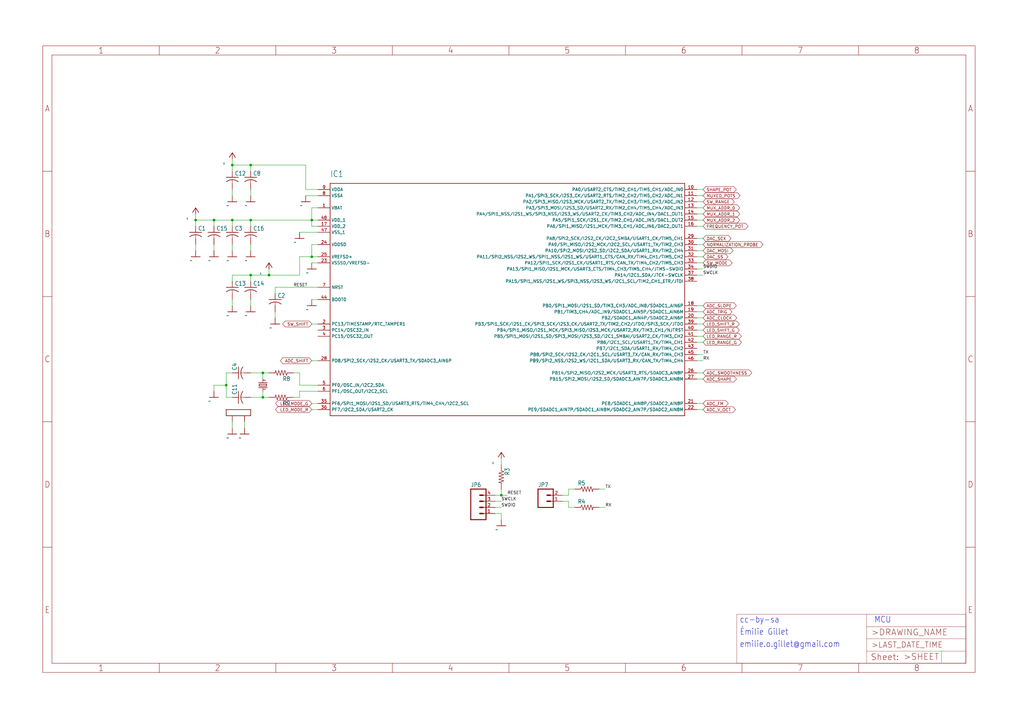
<source format=kicad_sch>
(kicad_sch (version 20211123) (generator eeschema)
  (paper "User" 425.45 299.161)
  (lib_symbols
    (symbol "tides2_v40-eagle-import:+3V3" (power)
      (property "Value" "+3V3" (at -2.54 -5.08 90))
      (symbol "+3V3_1_0"
        (polyline (pts (xy 0 0) (xy -1.27 -1.905)) (stroke (width 0.254)))
        (polyline (pts (xy 1.27 -1.905) (xy 0 0)) (stroke (width 0.254)))
        (pin power_in line (at 0 -2.54 90) (length 2.54) (name "+3V3") (number "1"))
      )
    )
    (symbol "tides2_v40-eagle-import:+3V3_A" (power)
      (property "Value" "+3V3_A" (at -2.54 -5.08 90))
      (symbol "+3V3_A_1_0"
        (polyline (pts (xy 0 0) (xy -1.27 -1.905)) (stroke (width 0.254)))
        (polyline (pts (xy 1.27 -1.905) (xy 0 0)) (stroke (width 0.254)))
        (pin power_in line (at 0 -2.54 90) (length 2.54) (name "+3V3_A") (number "1"))
      )
    )
    (symbol "tides2_v40-eagle-import:A3L-LOC"
      (symbol "A3L-LOC_0_0"
        (polyline (pts (xy 0 52.07) (xy 3.81 52.07)))
        (polyline (pts (xy 0 104.14) (xy 3.81 104.14)))
        (polyline (pts (xy 0 156.21) (xy 3.81 156.21)))
        (polyline (pts (xy 0 208.28) (xy 3.81 208.28)))
        (polyline (pts (xy 3.81 3.81) (xy 3.81 256.54)))
        (polyline (pts (xy 48.4188 0) (xy 48.4188 3.81)))
        (polyline (pts (xy 48.4188 256.54) (xy 48.4188 260.35)))
        (polyline (pts (xy 96.8375 0) (xy 96.8375 3.81)))
        (polyline (pts (xy 96.8375 256.54) (xy 96.8375 260.35)))
        (polyline (pts (xy 145.2563 0) (xy 145.2563 3.81)))
        (polyline (pts (xy 145.2563 256.54) (xy 145.2563 260.35)))
        (polyline (pts (xy 193.675 0) (xy 193.675 3.81)))
        (polyline (pts (xy 193.675 256.54) (xy 193.675 260.35)))
        (polyline (pts (xy 242.0938 0) (xy 242.0938 3.81)))
        (polyline (pts (xy 242.0938 256.54) (xy 242.0938 260.35)))
        (polyline (pts (xy 290.5125 0) (xy 290.5125 3.81)))
        (polyline (pts (xy 290.5125 256.54) (xy 290.5125 260.35)))
        (polyline (pts (xy 338.9313 0) (xy 338.9313 3.81)))
        (polyline (pts (xy 338.9313 256.54) (xy 338.9313 260.35)))
        (polyline (pts (xy 383.54 3.81) (xy 3.81 3.81)))
        (polyline (pts (xy 383.54 3.81) (xy 383.54 256.54)))
        (polyline (pts (xy 383.54 52.07) (xy 387.35 52.07)))
        (polyline (pts (xy 383.54 104.14) (xy 387.35 104.14)))
        (polyline (pts (xy 383.54 156.21) (xy 387.35 156.21)))
        (polyline (pts (xy 383.54 208.28) (xy 387.35 208.28)))
        (polyline (pts (xy 383.54 256.54) (xy 3.81 256.54)))
        (polyline (pts (xy 0 0) (xy 387.35 0) (xy 387.35 260.35) (xy 0 260.35) (xy 0 0)))
        (text "1" (at 24.2094 1.905 0) (effects (font (size 2.54 2.286))))
        (text "1" (at 24.2094 258.445 0) (effects (font (size 2.54 2.286))))
        (text "2" (at 72.6281 1.905 0) (effects (font (size 2.54 2.286))))
        (text "2" (at 72.6281 258.445 0) (effects (font (size 2.54 2.286))))
        (text "3" (at 121.0469 1.905 0) (effects (font (size 2.54 2.286))))
        (text "3" (at 121.0469 258.445 0) (effects (font (size 2.54 2.286))))
        (text "4" (at 169.4656 1.905 0) (effects (font (size 2.54 2.286))))
        (text "4" (at 169.4656 258.445 0) (effects (font (size 2.54 2.286))))
        (text "5" (at 217.8844 1.905 0) (effects (font (size 2.54 2.286))))
        (text "5" (at 217.8844 258.445 0) (effects (font (size 2.54 2.286))))
        (text "6" (at 266.3031 1.905 0) (effects (font (size 2.54 2.286))))
        (text "6" (at 266.3031 258.445 0) (effects (font (size 2.54 2.286))))
        (text "7" (at 314.7219 1.905 0) (effects (font (size 2.54 2.286))))
        (text "7" (at 314.7219 258.445 0) (effects (font (size 2.54 2.286))))
        (text "8" (at 363.1406 1.905 0) (effects (font (size 2.54 2.286))))
        (text "8" (at 363.1406 258.445 0) (effects (font (size 2.54 2.286))))
        (text "A" (at 1.905 234.315 0) (effects (font (size 2.54 2.286))))
        (text "A" (at 385.445 234.315 0) (effects (font (size 2.54 2.286))))
        (text "B" (at 1.905 182.245 0) (effects (font (size 2.54 2.286))))
        (text "B" (at 385.445 182.245 0) (effects (font (size 2.54 2.286))))
        (text "C" (at 1.905 130.175 0) (effects (font (size 2.54 2.286))))
        (text "C" (at 385.445 130.175 0) (effects (font (size 2.54 2.286))))
        (text "D" (at 1.905 78.105 0) (effects (font (size 2.54 2.286))))
        (text "D" (at 385.445 78.105 0) (effects (font (size 2.54 2.286))))
        (text "E" (at 1.905 26.035 0) (effects (font (size 2.54 2.286))))
        (text "E" (at 385.445 26.035 0) (effects (font (size 2.54 2.286))))
      )
      (symbol "A3L-LOC_1_0"
        (polyline (pts (xy 288.29 3.81) (xy 288.29 24.13)) (stroke (width 0.1016)))
        (polyline (pts (xy 288.29 3.81) (xy 342.265 3.81)) (stroke (width 0.1016)))
        (polyline (pts (xy 288.29 24.13) (xy 342.265 24.13)) (stroke (width 0.1016)))
        (polyline (pts (xy 342.265 3.81) (xy 373.38 3.81)) (stroke (width 0.1016)))
        (polyline (pts (xy 342.265 8.89) (xy 342.265 3.81)) (stroke (width 0.1016)))
        (polyline (pts (xy 342.265 8.89) (xy 342.265 13.97)) (stroke (width 0.1016)))
        (polyline (pts (xy 342.265 13.97) (xy 342.265 19.05)) (stroke (width 0.1016)))
        (polyline (pts (xy 342.265 13.97) (xy 383.54 13.97)) (stroke (width 0.1016)))
        (polyline (pts (xy 342.265 19.05) (xy 342.265 24.13)) (stroke (width 0.1016)))
        (polyline (pts (xy 342.265 19.05) (xy 383.54 19.05)) (stroke (width 0.1016)))
        (polyline (pts (xy 342.265 24.13) (xy 383.54 24.13)) (stroke (width 0.1016)))
        (polyline (pts (xy 373.38 3.81) (xy 373.38 8.89)) (stroke (width 0.1016)))
        (polyline (pts (xy 373.38 3.81) (xy 383.54 3.81)) (stroke (width 0.1016)))
        (polyline (pts (xy 373.38 8.89) (xy 342.265 8.89)) (stroke (width 0.1016)))
        (polyline (pts (xy 373.38 8.89) (xy 383.54 8.89)) (stroke (width 0.1016)))
        (polyline (pts (xy 383.54 3.81) (xy 383.54 8.89)) (stroke (width 0.1016)))
        (polyline (pts (xy 383.54 8.89) (xy 383.54 13.97)) (stroke (width 0.1016)))
        (polyline (pts (xy 383.54 13.97) (xy 383.54 19.05)) (stroke (width 0.1016)))
        (polyline (pts (xy 383.54 19.05) (xy 383.54 24.13)) (stroke (width 0.1016)))
        (text ">DRAWING_NAME" (at 344.17 15.24 0) (effects (font (size 2.54 2.54)) (justify left bottom)))
        (text ">LAST_DATE_TIME" (at 344.17 10.16 0) (effects (font (size 2.286 2.286)) (justify left bottom)))
        (text ">SHEET" (at 357.505 5.08 0) (effects (font (size 2.54 2.54)) (justify left bottom)))
        (text "Sheet:" (at 343.916 4.953 0) (effects (font (size 2.54 2.54)) (justify left bottom)))
      )
    )
    (symbol "tides2_v40-eagle-import:C-USC0402"
      (property "Reference" "C" (at 1.016 0.635 0))
      (property "Value" "C-USC0402" (at 1.016 -4.191 0))
      (symbol "C-USC0402_1_0"
        (arc (start 0 -1.0161) (mid -1.302 -1.2303) (end -2.4668 -1.8504) (stroke (width 0.254)))
        (polyline (pts (xy -2.54 0) (xy 2.54 0)) (stroke (width 0.254)))
        (polyline (pts (xy 0 -1.016) (xy 0 -2.54)) (stroke (width 0.1524)))
        (arc (start 2.4892 -1.8542) (mid 1.3158 -1.2195) (end 0 -1) (stroke (width 0.254)))
        (pin passive line (at 0 2.54 270) (length 2.54) (name "1") (number "1"))
        (pin passive line (at 0 -5.08 90) (length 2.54) (name "2") (number "2"))
      )
    )
    (symbol "tides2_v40-eagle-import:CRYSTAL"
      (symbol "CRYSTAL_1_0"
        (polyline (pts (xy -2.54 0) (xy -1.016 0)) (stroke (width 0.1524)))
        (polyline (pts (xy -1.016 1.778) (xy -1.016 -1.778)) (stroke (width 0.254)))
        (polyline (pts (xy -0.381 -1.524) (xy 0.381 -1.524)) (stroke (width 0.254)))
        (polyline (pts (xy -0.381 1.524) (xy -0.381 -1.524)) (stroke (width 0.254)))
        (polyline (pts (xy 0.381 -1.524) (xy 0.381 1.524)) (stroke (width 0.254)))
        (polyline (pts (xy 0.381 1.524) (xy -0.381 1.524)) (stroke (width 0.254)))
        (polyline (pts (xy 1.016 0) (xy 2.54 0)) (stroke (width 0.1524)))
        (polyline (pts (xy 1.016 1.778) (xy 1.016 -1.778)) (stroke (width 0.254)))
        (text "1" (at -2.159 -1.143 0) (effects (font (size 0.8636 0.734)) (justify left bottom)))
        (text "2" (at 1.524 -1.143 0) (effects (font (size 0.8636 0.734)) (justify left bottom)))
        (pin passive line (at -2.54 0 0) (length 0) (name "1") (number "1"))
        (pin passive line (at 2.54 0 180) (length 0) (name "2") (number "3"))
      )
      (symbol "CRYSTAL_2_0"
        (polyline (pts (xy -2.54 0) (xy 7.62 0)) (stroke (width 0.254)))
        (polyline (pts (xy -2.54 2.54) (xy -2.54 0)) (stroke (width 0.254)))
        (polyline (pts (xy 7.62 0) (xy 7.62 2.54)) (stroke (width 0.254)))
        (polyline (pts (xy 7.62 2.54) (xy -2.54 2.54)) (stroke (width 0.254)))
        (pin power_in line (at 0 -2.54 90) (length 2.54) (name "LID1") (number "2"))
        (pin power_in line (at 5.08 -2.54 90) (length 2.54) (name "LID2") (number "4"))
      )
    )
    (symbol "tides2_v40-eagle-import:GND" (power)
      (property "Value" "GND" (at -2.54 -2.54 0))
      (symbol "GND_1_0"
        (polyline (pts (xy -1.905 0) (xy 1.905 0)) (stroke (width 0.254)))
        (pin power_in line (at 0 2.54 270) (length 2.54) (name "GND") (number "1"))
      )
    )
    (symbol "tides2_v40-eagle-import:M02PTH"
      (property "Reference" "JP" (at -2.54 5.842 0))
      (property "Value" "M02PTH" (at -2.54 -5.08 0))
      (symbol "M02PTH_1_0"
        (polyline (pts (xy -2.54 5.08) (xy -2.54 -2.54)) (stroke (width 0.4064)))
        (polyline (pts (xy -2.54 5.08) (xy 3.81 5.08)) (stroke (width 0.4064)))
        (polyline (pts (xy 1.27 0) (xy 2.54 0)) (stroke (width 0.6096)))
        (polyline (pts (xy 1.27 2.54) (xy 2.54 2.54)) (stroke (width 0.6096)))
        (polyline (pts (xy 3.81 -2.54) (xy -2.54 -2.54)) (stroke (width 0.4064)))
        (polyline (pts (xy 3.81 -2.54) (xy 3.81 5.08)) (stroke (width 0.4064)))
        (pin passive line (at 7.62 0 180) (length 5.08) (name "1") (number "1"))
        (pin passive line (at 7.62 2.54 180) (length 5.08) (name "2") (number "2"))
      )
    )
    (symbol "tides2_v40-eagle-import:M04PTH"
      (property "Reference" "JP" (at -5.08 8.382 0))
      (property "Value" "M04PTH" (at -5.08 -7.62 0))
      (symbol "M04PTH_1_0"
        (polyline (pts (xy -5.08 7.62) (xy -5.08 -5.08)) (stroke (width 0.4064)))
        (polyline (pts (xy -5.08 7.62) (xy 1.27 7.62)) (stroke (width 0.4064)))
        (polyline (pts (xy -1.27 -2.54) (xy 0 -2.54)) (stroke (width 0.6096)))
        (polyline (pts (xy -1.27 0) (xy 0 0)) (stroke (width 0.6096)))
        (polyline (pts (xy -1.27 2.54) (xy 0 2.54)) (stroke (width 0.6096)))
        (polyline (pts (xy -1.27 5.08) (xy 0 5.08)) (stroke (width 0.6096)))
        (polyline (pts (xy 1.27 -5.08) (xy -5.08 -5.08)) (stroke (width 0.4064)))
        (polyline (pts (xy 1.27 -5.08) (xy 1.27 7.62)) (stroke (width 0.4064)))
        (pin passive line (at 5.08 -2.54 180) (length 5.08) (name "1") (number "1"))
        (pin passive line (at 5.08 0 180) (length 5.08) (name "2") (number "2"))
        (pin passive line (at 5.08 2.54 180) (length 5.08) (name "3") (number "3"))
        (pin passive line (at 5.08 5.08 180) (length 5.08) (name "4") (number "4"))
      )
    )
    (symbol "tides2_v40-eagle-import:R-US_R0402"
      (property "Reference" "R" (at -3.81 1.4986 0))
      (property "Value" "R-US_R0402" (at -3.81 -3.302 0))
      (symbol "R-US_R0402_1_0"
        (polyline (pts (xy -2.54 0) (xy -2.159 1.016)) (stroke (width 0.2032)))
        (polyline (pts (xy -2.159 1.016) (xy -1.524 -1.016)) (stroke (width 0.2032)))
        (polyline (pts (xy -1.524 -1.016) (xy -0.889 1.016)) (stroke (width 0.2032)))
        (polyline (pts (xy -0.889 1.016) (xy -0.254 -1.016)) (stroke (width 0.2032)))
        (polyline (pts (xy -0.254 -1.016) (xy 0.381 1.016)) (stroke (width 0.2032)))
        (polyline (pts (xy 0.381 1.016) (xy 1.016 -1.016)) (stroke (width 0.2032)))
        (polyline (pts (xy 1.016 -1.016) (xy 1.651 1.016)) (stroke (width 0.2032)))
        (polyline (pts (xy 1.651 1.016) (xy 2.286 -1.016)) (stroke (width 0.2032)))
        (polyline (pts (xy 2.286 -1.016) (xy 2.54 0)) (stroke (width 0.2032)))
        (pin passive line (at -5.08 0 0) (length 2.54) (name "1") (number "1"))
        (pin passive line (at 5.08 0 180) (length 2.54) (name "2") (number "2"))
      )
    )
    (symbol "tides2_v40-eagle-import:STM32F373C"
      (property "Reference" "IC" (at -73.66 50.8 0))
      (property "Value" "STM32F373C" (at -73.66 -53.34 0))
      (symbol "STM32F373C_1_0"
        (polyline (pts (xy -73.66 -48.26) (xy -73.66 48.26)) (stroke (width 0.254)))
        (polyline (pts (xy -73.66 48.26) (xy 73.66 48.26)) (stroke (width 0.254)))
        (polyline (pts (xy 73.66 -48.26) (xy -73.66 -48.26)) (stroke (width 0.254)))
        (polyline (pts (xy 73.66 48.26) (xy 73.66 -48.26)) (stroke (width 0.254)))
        (pin power_in line (at -78.74 38.1 0) (length 5.08) (name "VBAT") (number "1"))
        (pin bidirectional line (at 78.74 45.72 180) (length 5.08) (name "PA0/USART2_CTS/TIM2_CH1/TIM5_CH1/ADC_IN0") (number "10"))
        (pin bidirectional line (at 78.74 43.18 180) (length 5.08) (name "PA1/SPI3_SCK/I2S3_CK/USART2_RTS/TIM2_CH2/TIM5_CH2/ADC_IN1") (number "11"))
        (pin bidirectional line (at 78.74 40.64 180) (length 5.08) (name "PA2/SPI3_MISO/I2S3_MCK/USART2_TX/TIM2_CH3/TIM5_CH3/ADC_IN2") (number "12"))
        (pin bidirectional line (at 78.74 38.1 180) (length 5.08) (name "PA3/SPI3_MOSI/I2S3_SD/USART2_RX/TIM2_CH4/TIM5_CH4/ADC_IN3") (number "13"))
        (pin bidirectional line (at 78.74 35.56 180) (length 5.08) (name "PA4/SPI1_NSS/I2S1_WS/SPI3_NSS/I2S3_WS/USART2_CK/TIM3_CH2/ADC_IN4/DAC1_OUT1") (number "14"))
        (pin bidirectional line (at 78.74 33.02 180) (length 5.08) (name "PA5/SPI1_SCK/I2S1_CK/TIM2_CH1/ADC_IN5/DAC1_OUT2") (number "15"))
        (pin bidirectional line (at 78.74 30.48 180) (length 5.08) (name "PA6/SPI1_MISO/I2S1_MCK/TIM3_CH1/ADC_IN6/DAC2_OUT1") (number "16"))
        (pin power_in line (at -78.74 30.48 0) (length 5.08) (name "VDD_2") (number "17"))
        (pin bidirectional line (at 78.74 -2.54 180) (length 5.08) (name "PB0/SPI1_MOSI/I2S1_SD/TIM3_CH3/ADC_IN8/SDADC1_AIN6P") (number "18"))
        (pin bidirectional line (at 78.74 -5.08 180) (length 5.08) (name "PB1/TIM3_CH4/ADC_IN9/SDADC1_AIN5P/SDADC1_AIN6M") (number "19"))
        (pin bidirectional line (at -78.74 -10.16 0) (length 5.08) (name "PC13/TIMESTAMP/RTC_TAMPER1") (number "2"))
        (pin bidirectional line (at 78.74 -7.62 180) (length 5.08) (name "PB2/SDADC1_AIN4P/SDADC2_AIN6P") (number "20"))
        (pin bidirectional line (at 78.74 -43.18 180) (length 5.08) (name "PE8/SDADC1_AIN8P/SDADC2_AIN8P") (number "21"))
        (pin bidirectional line (at 78.74 -45.72 180) (length 5.08) (name "PE9/SDADC1_AIN7P/SDADC1_AIN8M/SDADC2_AIN7P/SDADC2_AIN8M") (number "22"))
        (pin power_in line (at -78.74 15.24 0) (length 5.08) (name "VSSSD/VREFSD-") (number "23"))
        (pin power_in line (at -78.74 22.86 0) (length 5.08) (name "VDDSD") (number "24"))
        (pin power_in line (at -78.74 17.78 0) (length 5.08) (name "VREFSD+") (number "25"))
        (pin bidirectional line (at 78.74 -30.48 180) (length 5.08) (name "PB14/SPI2_MISO/I2S2_MCK/USART3_RTS/SDADC3_AIN8P") (number "26"))
        (pin bidirectional line (at 78.74 -33.02 180) (length 5.08) (name "PB15/SPI2_MOSI/I2S2_SD/SDADC3_AIN7P/SDADC3_AIN8M") (number "27"))
        (pin bidirectional line (at -78.74 -25.4 0) (length 5.08) (name "PD8/SPI2_SCK/I2S2_CK/USART3_TX/SDADC3_AIN6P") (number "28"))
        (pin bidirectional line (at 78.74 25.4 180) (length 5.08) (name "PA8/SPI2_SCK/I2S2_CK/I2C2_SMBA/USART1_CK/TIM5_CH1") (number "29"))
        (pin bidirectional line (at -78.74 -12.7 0) (length 5.08) (name "PC14/OSC32_IN") (number "3"))
        (pin bidirectional line (at 78.74 22.86 180) (length 5.08) (name "PA9/SPI_MISO/I2S2_MCK/I2C2_SCL/USART1_TX/TIM2_CH3") (number "30"))
        (pin bidirectional line (at 78.74 20.32 180) (length 5.08) (name "PA10/SPI2_MOSI/I2S2_SD/I2C2_SDA/USART1_RX/TIM2_CH4") (number "31"))
        (pin bidirectional line (at 78.74 17.78 180) (length 5.08) (name "PA11/SPI2_NSS/I2S2_WS/SPI1_NSS/I2S1_WS/USART1_CTS/CAN_RX/TIM4_CH1/TIM5_CH2") (number "32"))
        (pin bidirectional line (at 78.74 15.24 180) (length 5.08) (name "PA12/SPI1_SCK/I2S1_CK/USART1_RTS/CAN_TX/TIM4_CH2/TIM5_CH3") (number "33"))
        (pin bidirectional line (at 78.74 12.7 180) (length 5.08) (name "PA13/SPI1_MISO/I2S1_MCK/USART3_CTS/TIM4_CH3/TIM5_CH4/JTMS-SWDIO") (number "34"))
        (pin bidirectional line (at -78.74 -43.18 0) (length 5.08) (name "PF6/SPI1_MOSI/I2S1_SD/USART3_RTS/TIM4_CH4/I2C2_SCL") (number "35"))
        (pin bidirectional line (at -78.74 -45.72 0) (length 5.08) (name "PF7/I2C2_SDA/USART2_CK") (number "36"))
        (pin bidirectional line (at 78.74 10.16 180) (length 5.08) (name "PA14/I2C1_SDA/JTCK-SWCLK") (number "37"))
        (pin bidirectional line (at 78.74 7.62 180) (length 5.08) (name "PA15/SPI1_NSS/I2S1_WS/SPI3_NSS/I2S3_WS/I2C1_SCL/TIM2_CH1_ETR/JTDI") (number "38"))
        (pin bidirectional line (at 78.74 -10.16 180) (length 5.08) (name "PB3/SPI1_SCK/I2S1_CK/SPI3_SCK/I2S3_CK/USART2_TX/TIM2_CH2/JTDO/SPI3_SCK/JTDO") (number "39"))
        (pin bidirectional line (at -78.74 -15.24 0) (length 5.08) (name "PC15/OSC32_OUT") (number "4"))
        (pin bidirectional line (at 78.74 -12.7 180) (length 5.08) (name "PB4/SPI1_MISO/I2S1_MCK/SPI3_MISO/I2S3_MCK/USART2_RX/TIM3_CH1/NJTRST") (number "40"))
        (pin bidirectional line (at 78.74 -15.24 180) (length 5.08) (name "PB5/SPI1_MOSI/I2S1_SD/SPI3_MOSI/I2S3_SD/I2C1_SMBAI/USART2_CK/TIM3_CH2") (number "41"))
        (pin bidirectional line (at 78.74 -17.78 180) (length 5.08) (name "PB6/I2C1_SCL/USART1_TX/TIM4_CH1") (number "42"))
        (pin bidirectional line (at 78.74 -20.32 180) (length 5.08) (name "PB7/I2C1_SDA/USART1_RX/TIM4_CH2") (number "43"))
        (pin bidirectional line (at -78.74 0 0) (length 5.08) (name "BOOT0") (number "44"))
        (pin bidirectional line (at 78.74 -22.86 180) (length 5.08) (name "PB8/SPI2_SCK/I2S2_CK/I2C1_SCL/USART3_TX/CAN_RX/TIM4_CH3") (number "45"))
        (pin bidirectional line (at 78.74 -25.4 180) (length 5.08) (name "PB9/SPI2_NSS/I2S2_WS/I2C1_SDA/USART3_RX/CAN_TX/TIM4_CH4") (number "46"))
        (pin power_in line (at -78.74 27.94 0) (length 5.08) (name "VSS_1") (number "47"))
        (pin power_in line (at -78.74 33.02 0) (length 5.08) (name "VDD_1") (number "48"))
        (pin bidirectional line (at -78.74 -35.56 0) (length 5.08) (name "PF0/OSC_IN/I2C2_SDA") (number "5"))
        (pin bidirectional line (at -78.74 -38.1 0) (length 5.08) (name "PF1/OSC_OUT/I2C2_SCL") (number "6"))
        (pin bidirectional line (at -78.74 5.08 0) (length 5.08) (name "NRST") (number "7"))
        (pin power_in line (at -78.74 43.18 0) (length 5.08) (name "VSSA") (number "8"))
        (pin power_in line (at -78.74 45.72 0) (length 5.08) (name "VDDA") (number "9"))
      )
    )
  )
  (junction (at 104.14 91.44))
  (junction (at 93.98 160.02))
  (junction (at 109.22 154.94))
  (junction (at 96.52 68.58))
  (junction (at 109.22 165.1))
  (junction (at 129.54 91.44))
  (junction (at 208.28 205.74))
  (junction (at 96.52 91.44))
  (junction (at 129.54 106.68))
  (junction (at 104.14 114.3))
  (junction (at 104.14 68.58))
  (junction (at 81.28 91.44))
  (junction (at 111.76 114.3))
  (junction (at 88.9 91.44))
  (wire (pts (xy 289.56 139.7) (xy 292.1 139.7)))
  (wire (pts (xy 129.54 101.6) (xy 129.54 106.68)))
  (wire (pts (xy 124.46 165.1) (xy 124.46 162.56)))
  (wire (pts (xy 289.56 134.62) (xy 292.1 134.62)))
  (wire (pts (xy 88.9 93.98) (xy 88.9 91.44)))
  (wire (pts (xy 96.52 91.44) (xy 104.14 91.44)))
  (wire (pts (xy 236.22 208.28) (xy 236.22 210.82)))
  (wire (pts (xy 129.54 109.22) (xy 132.08 109.22)))
  (wire (pts (xy 208.28 203.2) (xy 208.28 205.74)))
  (wire (pts (xy 132.08 162.56) (xy 124.46 162.56)))
  (wire (pts (xy 289.56 99.06) (xy 292.1 99.06)))
  (wire (pts (xy 236.22 203.2) (xy 238.76 203.2)))
  (wire (pts (xy 289.56 81.28) (xy 292.1 81.28)))
  (wire (pts (xy 93.98 154.94) (xy 93.98 160.02)))
  (wire (pts (xy 289.56 106.68) (xy 292.1 106.68)))
  (wire (pts (xy 129.54 86.36) (xy 129.54 91.44)))
  (wire (pts (xy 289.56 157.48) (xy 292.1 157.48)))
  (wire (pts (xy 289.56 137.16) (xy 292.1 137.16)))
  (wire (pts (xy 208.28 193.04) (xy 208.28 190.5)))
  (wire (pts (xy 132.08 170.18) (xy 129.54 170.18)))
  (wire (pts (xy 104.14 124.46) (xy 104.14 127)))
  (wire (pts (xy 289.56 86.36) (xy 292.1 86.36)))
  (wire (pts (xy 114.3 129.54) (xy 114.3 132.08)))
  (wire (pts (xy 289.56 93.98) (xy 292.1 93.98)))
  (wire (pts (xy 289.56 147.32) (xy 292.1 147.32)))
  (wire (pts (xy 96.52 175.26) (xy 96.52 177.8)))
  (wire (pts (xy 96.52 93.98) (xy 96.52 91.44)))
  (wire (pts (xy 205.74 208.28) (xy 208.28 208.28)))
  (wire (pts (xy 289.56 104.14) (xy 292.1 104.14)))
  (wire (pts (xy 81.28 91.44) (xy 81.28 88.9)))
  (wire (pts (xy 233.68 205.74) (xy 236.22 205.74)))
  (wire (pts (xy 127 68.58) (xy 127 78.74)))
  (wire (pts (xy 132.08 149.86) (xy 129.54 149.86)))
  (wire (pts (xy 236.22 205.74) (xy 236.22 203.2)))
  (wire (pts (xy 96.52 116.84) (xy 96.52 114.3)))
  (wire (pts (xy 88.9 101.6) (xy 88.9 104.14)))
  (wire (pts (xy 104.14 165.1) (xy 109.22 165.1)))
  (wire (pts (xy 81.28 101.6) (xy 81.28 104.14)))
  (wire (pts (xy 289.56 101.6) (xy 292.1 101.6)))
  (wire (pts (xy 289.56 154.94) (xy 292.1 154.94)))
  (wire (pts (xy 289.56 149.86) (xy 292.1 149.86)))
  (wire (pts (xy 114.3 119.38) (xy 132.08 119.38)))
  (wire (pts (xy 96.52 78.74) (xy 96.52 81.28)))
  (wire (pts (xy 289.56 114.3) (xy 292.1 114.3)))
  (wire (pts (xy 132.08 86.36) (xy 129.54 86.36)))
  (wire (pts (xy 93.98 160.02) (xy 93.98 165.1)))
  (wire (pts (xy 289.56 83.82) (xy 292.1 83.82)))
  (wire (pts (xy 205.74 213.36) (xy 208.28 213.36)))
  (wire (pts (xy 104.14 68.58) (xy 96.52 68.58)))
  (wire (pts (xy 96.52 154.94) (xy 93.98 154.94)))
  (wire (pts (xy 132.08 134.62) (xy 129.54 134.62)))
  (wire (pts (xy 109.22 154.94) (xy 111.76 154.94)))
  (wire (pts (xy 111.76 111.76) (xy 111.76 114.3)))
  (wire (pts (xy 114.3 119.38) (xy 114.3 121.92)))
  (wire (pts (xy 289.56 127) (xy 292.1 127)))
  (wire (pts (xy 109.22 154.94) (xy 109.22 157.48)))
  (wire (pts (xy 81.28 93.98) (xy 81.28 91.44)))
  (wire (pts (xy 233.68 208.28) (xy 236.22 208.28)))
  (wire (pts (xy 124.46 106.68) (xy 129.54 106.68)))
  (wire (pts (xy 88.9 160.02) (xy 88.9 162.56)))
  (wire (pts (xy 88.9 91.44) (xy 81.28 91.44)))
  (wire (pts (xy 205.74 205.74) (xy 208.28 205.74)))
  (wire (pts (xy 208.28 213.36) (xy 208.28 215.9)))
  (wire (pts (xy 96.52 91.44) (xy 88.9 91.44)))
  (wire (pts (xy 127 78.74) (xy 132.08 78.74)))
  (wire (pts (xy 124.46 160.02) (xy 124.46 154.94)))
  (wire (pts (xy 208.28 205.74) (xy 210.82 205.74)))
  (wire (pts (xy 109.22 165.1) (xy 109.22 162.56)))
  (wire (pts (xy 289.56 142.24) (xy 292.1 142.24)))
  (wire (pts (xy 93.98 160.02) (xy 88.9 160.02)))
  (wire (pts (xy 96.52 71.12) (xy 96.52 68.58)))
  (wire (pts (xy 104.14 71.12) (xy 104.14 68.58)))
  (wire (pts (xy 104.14 154.94) (xy 109.22 154.94)))
  (wire (pts (xy 124.46 160.02) (xy 132.08 160.02)))
  (wire (pts (xy 124.46 165.1) (xy 121.92 165.1)))
  (wire (pts (xy 132.08 124.46) (xy 129.54 124.46)))
  (wire (pts (xy 132.08 106.68) (xy 129.54 106.68)))
  (wire (pts (xy 111.76 165.1) (xy 109.22 165.1)))
  (wire (pts (xy 129.54 91.44) (xy 132.08 91.44)))
  (wire (pts (xy 104.14 91.44) (xy 129.54 91.44)))
  (wire (pts (xy 111.76 114.3) (xy 124.46 114.3)))
  (wire (pts (xy 289.56 167.64) (xy 292.1 167.64)))
  (wire (pts (xy 129.54 101.6) (xy 132.08 101.6)))
  (wire (pts (xy 104.14 93.98) (xy 104.14 91.44)))
  (wire (pts (xy 93.98 165.1) (xy 96.52 165.1)))
  (wire (pts (xy 248.92 203.2) (xy 251.46 203.2)))
  (wire (pts (xy 96.52 124.46) (xy 96.52 127)))
  (wire (pts (xy 124.46 154.94) (xy 121.92 154.94)))
  (wire (pts (xy 104.14 114.3) (xy 111.76 114.3)))
  (wire (pts (xy 124.46 114.3) (xy 124.46 106.68)))
  (wire (pts (xy 205.74 210.82) (xy 208.28 210.82)))
  (wire (pts (xy 96.52 101.6) (xy 96.52 104.14)))
  (wire (pts (xy 289.56 91.44) (xy 292.1 91.44)))
  (wire (pts (xy 132.08 96.52) (xy 124.46 96.52)))
  (wire (pts (xy 96.52 66.04) (xy 96.52 68.58)))
  (wire (pts (xy 104.14 116.84) (xy 104.14 114.3)))
  (wire (pts (xy 289.56 109.22) (xy 292.1 109.22)))
  (wire (pts (xy 132.08 167.64) (xy 129.54 167.64)))
  (wire (pts (xy 248.92 210.82) (xy 251.46 210.82)))
  (wire (pts (xy 289.56 78.74) (xy 292.1 78.74)))
  (wire (pts (xy 132.08 93.98) (xy 129.54 93.98)))
  (wire (pts (xy 289.56 129.54) (xy 292.1 129.54)))
  (wire (pts (xy 289.56 170.18) (xy 292.1 170.18)))
  (wire (pts (xy 132.08 81.28) (xy 127 81.28)))
  (wire (pts (xy 101.6 175.26) (xy 101.6 177.8)))
  (wire (pts (xy 104.14 114.3) (xy 96.52 114.3)))
  (wire (pts (xy 129.54 93.98) (xy 129.54 91.44)))
  (wire (pts (xy 289.56 111.76) (xy 292.1 111.76)))
  (wire (pts (xy 104.14 68.58) (xy 127 68.58)))
  (wire (pts (xy 236.22 210.82) (xy 238.76 210.82)))
  (wire (pts (xy 104.14 78.74) (xy 104.14 81.28)))
  (wire (pts (xy 289.56 88.9) (xy 292.1 88.9)))
  (wire (pts (xy 104.14 101.6) (xy 104.14 104.14)))
  (wire (pts (xy 289.56 132.08) (xy 292.1 132.08)))
  (text "MCU" (at 363.22 259.08 180) (effects (font (size 2.54 2.159)) (justify left bottom)))
  (text "emilie.o.gillet@gmail.com" (at 307.34 269.24 180) (effects (font (size 2.54 2.159)) (justify left bottom)))
  (text "Émilie Gillet" (at 307.34 264.16 180) (effects (font (size 2.54 2.159)) (justify left bottom)))
  (text "cc-by-sa" (at 307.34 259.08 180) (effects (font (size 2.54 2.159)) (justify left bottom)))
  (label "RX" (at 292.1 149.86 0) (effects (font (size 1.2446 1.2446))))
  (label "TX" (at 251.46 203.2 0) (effects (font (size 1.2446 1.2446))))
  (label "SWCLK" (at 292.1 114.3 0) (effects (font (size 1.2446 1.2446))))
  (label "SWDIO" (at 208.28 210.82 0) (effects (font (size 1.2446 1.2446))))
  (label "TX" (at 292.1 147.32 0) (effects (font (size 1.2446 1.2446))))
  (label "SWCLK" (at 208.28 208.28 0) (effects (font (size 1.2446 1.2446))))
  (label "SWDIO" (at 292.1 111.76 0) (effects (font (size 1.2446 1.2446))))
  (label "RESET" (at 210.82 205.74 0) (effects (font (size 1.2446 1.2446))))
  (label "RX" (at 251.46 210.82 0) (effects (font (size 1.2446 1.2446))))
  (label "RESET" (at 121.92 119.38 0) (effects (font (size 1.2446 1.2446))))
  (global_label "ADC_SLOPE" (shape bidirectional) (at 292.1 127 0) (effects (font (size 1.2446 1.2446))) (property "Intersheet References" "${INTERSHEET_REFS}" (effects hide)))
  (global_label "MUX_ADDR_0" (shape bidirectional) (at 292.1 86.36 0) (effects (font (size 1.2446 1.2446))) (property "Intersheet References" "${INTERSHEET_REFS}" (effects hide)))
  (global_label "DAC_SCK" (shape bidirectional) (at 292.1 99.06 0) (effects (font (size 1.2446 1.2446))) (property "Intersheet References" "${INTERSHEET_REFS}" (effects hide)))
  (global_label "LED_SHIFT_R" (shape bidirectional) (at 292.1 134.62 0) (effects (font (size 1.2446 1.2446))) (property "Intersheet References" "${INTERSHEET_REFS}" (effects hide)))
  (global_label "ADC_FM" (shape bidirectional) (at 292.1 167.64 0) (effects (font (size 1.2446 1.2446))) (property "Intersheet References" "${INTERSHEET_REFS}" (effects hide)))
  (global_label "SW_RANGE" (shape bidirectional) (at 292.1 83.82 0) (effects (font (size 1.2446 1.2446))) (property "Intersheet References" "${INTERSHEET_REFS}" (effects hide)))
  (global_label "ADC_SHIFT" (shape bidirectional) (at 129.54 149.86 180) (effects (font (size 1.2446 1.2446))) (property "Intersheet References" "${INTERSHEET_REFS}" (effects hide)))
  (global_label "MUX_ADDR_2" (shape bidirectional) (at 292.1 91.44 0) (effects (font (size 1.2446 1.2446))) (property "Intersheet References" "${INTERSHEET_REFS}" (effects hide)))
  (global_label "NORMALIZATION_PROBE" (shape bidirectional) (at 292.1 101.6 0) (effects (font (size 1.2446 1.2446))) (property "Intersheet References" "${INTERSHEET_REFS}" (effects hide)))
  (global_label "SHAPE_POT" (shape bidirectional) (at 292.1 78.74 0) (effects (font (size 1.2446 1.2446))) (property "Intersheet References" "${INTERSHEET_REFS}" (effects hide)))
  (global_label "DAC_MOSI" (shape bidirectional) (at 292.1 104.14 0) (effects (font (size 1.2446 1.2446))) (property "Intersheet References" "${INTERSHEET_REFS}" (effects hide)))
  (global_label "MUX_ADDR_1" (shape bidirectional) (at 292.1 88.9 0) (effects (font (size 1.2446 1.2446))) (property "Intersheet References" "${INTERSHEET_REFS}" (effects hide)))
  (global_label "SW_MODE" (shape bidirectional) (at 292.1 109.22 0) (effects (font (size 1.2446 1.2446))) (property "Intersheet References" "${INTERSHEET_REFS}" (effects hide)))
  (global_label "FREQUENCY_POT" (shape bidirectional) (at 292.1 93.98 0) (effects (font (size 1.2446 1.2446))) (property "Intersheet References" "${INTERSHEET_REFS}" (effects hide)))
  (global_label "ADC_V_OCT" (shape bidirectional) (at 292.1 170.18 0) (effects (font (size 1.2446 1.2446))) (property "Intersheet References" "${INTERSHEET_REFS}" (effects hide)))
  (global_label "LED_RANGE_G" (shape bidirectional) (at 292.1 142.24 0) (effects (font (size 1.2446 1.2446))) (property "Intersheet References" "${INTERSHEET_REFS}" (effects hide)))
  (global_label "ADC_SHAPE" (shape bidirectional) (at 292.1 157.48 0) (effects (font (size 1.2446 1.2446))) (property "Intersheet References" "${INTERSHEET_REFS}" (effects hide)))
  (global_label "LED_RANGE_R" (shape bidirectional) (at 292.1 139.7 0) (effects (font (size 1.2446 1.2446))) (property "Intersheet References" "${INTERSHEET_REFS}" (effects hide)))
  (global_label "ADC_SMOOTHNESS" (shape bidirectional) (at 292.1 154.94 0) (effects (font (size 1.2446 1.2446))) (property "Intersheet References" "${INTERSHEET_REFS}" (effects hide)))
  (global_label "SW_SHIFT" (shape bidirectional) (at 129.54 134.62 180) (effects (font (size 1.2446 1.2446))) (property "Intersheet References" "${INTERSHEET_REFS}" (effects hide)))
  (global_label "MUXED_POTS" (shape bidirectional) (at 292.1 81.28 0) (effects (font (size 1.2446 1.2446))) (property "Intersheet References" "${INTERSHEET_REFS}" (effects hide)))
  (global_label "ADC_TRIG" (shape bidirectional) (at 292.1 129.54 0) (effects (font (size 1.2446 1.2446))) (property "Intersheet References" "${INTERSHEET_REFS}" (effects hide)))
  (global_label "LED_SHIFT_G" (shape bidirectional) (at 292.1 137.16 0) (effects (font (size 1.2446 1.2446))) (property "Intersheet References" "${INTERSHEET_REFS}" (effects hide)))
  (global_label "LED_MODE_R" (shape bidirectional) (at 129.54 170.18 180) (effects (font (size 1.2446 1.2446))) (property "Intersheet References" "${INTERSHEET_REFS}" (effects hide)))
  (global_label "LED_MODE_G" (shape bidirectional) (at 129.54 167.64 180) (effects (font (size 1.2446 1.2446))) (property "Intersheet References" "${INTERSHEET_REFS}" (effects hide)))
  (global_label "DAC_SS" (shape bidirectional) (at 292.1 106.68 0) (effects (font (size 1.2446 1.2446))) (property "Intersheet References" "${INTERSHEET_REFS}" (effects hide)))
  (global_label "ADC_CLOCK" (shape bidirectional) (at 292.1 132.08 0) (effects (font (size 1.2446 1.2446))) (property "Intersheet References" "${INTERSHEET_REFS}" (effects hide)))
  (symbol (lib_id "tides2_v40-eagle-import:GND") (at 101.6 180.34 0) (unit 1)
    (property "Reference" "#GND86" (effects hide))
  )
  (symbol (lib_id "tides2_v40-eagle-import:CRYSTAL") (at 96.52 172.72 0) (unit 2)
    (property "Reference" "Q1" (effects hide))
  )
  (symbol (lib_id "tides2_v40-eagle-import:GND") (at 129.54 127 0) (unit 1)
    (property "Reference" "#GND8" (effects hide))
  )
  (symbol (lib_id "tides2_v40-eagle-import:C-USC0402") (at 96.52 119.38 0) (unit 1)
    (property "Reference" "C13" (at 97.536 118.745 0) (effects (font (size 1.778 1.5113)) (justify left bottom)))
  )
  (symbol (lib_id "tides2_v40-eagle-import:GND") (at 208.28 218.44 0) (unit 1)
    (property "Reference" "#GND85" (effects hide))
  )
  (symbol (lib_id "tides2_v40-eagle-import:R-US_R0402") (at 243.84 203.2 0) (unit 1)
    (property "Reference" "R5" (at 240.03 201.7014 0) (effects (font (size 1.778 1.5113)) (justify left bottom)))
  )
  (symbol (lib_id "tides2_v40-eagle-import:R-US_R0402") (at 208.28 198.12 270) (unit 1)
    (property "Reference" "R3" (at 209.7786 194.31 0) (effects (font (size 1.778 1.5113)) (justify left bottom)))
  )
  (symbol (lib_id "tides2_v40-eagle-import:C-USC0402") (at 96.52 96.52 0) (unit 1)
    (property "Reference" "C3" (at 97.536 95.885 0) (effects (font (size 1.778 1.5113)) (justify left bottom)))
  )
  (symbol (lib_id "tides2_v40-eagle-import:C-USC0402") (at 114.3 124.46 0) (unit 1)
    (property "Reference" "C2" (at 115.316 123.825 0) (effects (font (size 1.778 1.5113)) (justify left bottom)))
  )
  (symbol (lib_id "tides2_v40-eagle-import:GND") (at 96.52 129.54 0) (unit 1)
    (property "Reference" "#GND100" (effects hide))
  )
  (symbol (lib_id "tides2_v40-eagle-import:C-USC0402") (at 99.06 165.1 90) (unit 1)
    (property "Reference" "C11" (at 98.425 164.084 0) (effects (font (size 1.778 1.5113)) (justify left bottom)))
  )
  (symbol (lib_id "tides2_v40-eagle-import:GND") (at 104.14 129.54 0) (unit 1)
    (property "Reference" "#GND99" (effects hide))
  )
  (symbol (lib_id "tides2_v40-eagle-import:GND") (at 104.14 106.68 0) (unit 1)
    (property "Reference" "#GND98" (effects hide))
  )
  (symbol (lib_id "tides2_v40-eagle-import:GND") (at 96.52 83.82 0) (unit 1)
    (property "Reference" "#GND79" (effects hide))
  )
  (symbol (lib_id "tides2_v40-eagle-import:C-USC0402") (at 104.14 96.52 0) (unit 1)
    (property "Reference" "C16" (at 105.156 95.885 0) (effects (font (size 1.778 1.5113)) (justify left bottom)))
  )
  (symbol (lib_id "tides2_v40-eagle-import:C-USC0402") (at 99.06 154.94 90) (unit 1)
    (property "Reference" "C4" (at 98.425 153.924 0) (effects (font (size 1.778 1.5113)) (justify left bottom)))
  )
  (symbol (lib_id "tides2_v40-eagle-import:+3V3") (at 208.28 187.96 0) (unit 1)
    (property "Reference" "#+3V4" (effects hide))
  )
  (symbol (lib_id "tides2_v40-eagle-import:C-USC0402") (at 104.14 73.66 0) (unit 1)
    (property "Reference" "C8" (at 105.156 73.025 0) (effects (font (size 1.778 1.5113)) (justify left bottom)))
  )
  (symbol (lib_id "tides2_v40-eagle-import:+3V3_A") (at 96.52 63.5 0) (unit 1)
    (property "Reference" "#+3V1" (effects hide))
  )
  (symbol (lib_id "tides2_v40-eagle-import:C-USC0402") (at 104.14 119.38 0) (unit 1)
    (property "Reference" "C14" (at 105.156 118.745 0) (effects (font (size 1.778 1.5113)) (justify left bottom)))
  )
  (symbol (lib_id "tides2_v40-eagle-import:GND") (at 96.52 106.68 0) (unit 1)
    (property "Reference" "#GND92" (effects hide))
  )
  (symbol (lib_id "tides2_v40-eagle-import:GND") (at 114.3 134.62 0) (unit 1)
    (property "Reference" "#GND42" (effects hide))
  )
  (symbol (lib_id "tides2_v40-eagle-import:+3V3") (at 81.28 86.36 0) (unit 1)
    (property "Reference" "#+3V13" (effects hide))
  )
  (symbol (lib_id "tides2_v40-eagle-import:C-USC0402") (at 96.52 73.66 0) (unit 1)
    (property "Reference" "C12" (at 97.536 73.025 0) (effects (font (size 1.778 1.5113)) (justify left bottom)))
  )
  (symbol (lib_id "tides2_v40-eagle-import:GND") (at 129.54 111.76 0) (unit 1)
    (property "Reference" "#GND5" (effects hide))
  )
  (symbol (lib_id "tides2_v40-eagle-import:R-US_R0402") (at 243.84 210.82 0) (unit 1)
    (property "Reference" "R4" (at 240.03 209.3214 0) (effects (font (size 1.778 1.5113)) (justify left bottom)))
  )
  (symbol (lib_id "tides2_v40-eagle-import:STM32F373C") (at 210.82 124.46 0) (unit 1)
    (property "Reference" "IC1" (at 137.16 73.66 0) (effects (font (size 2.54 2.159)) (justify left bottom)))
  )
  (symbol (lib_id "tides2_v40-eagle-import:+3V3_A") (at 111.76 109.22 0) (unit 1)
    (property "Reference" "#+3V3" (effects hide))
  )
  (symbol (lib_id "tides2_v40-eagle-import:GND") (at 124.46 99.06 0) (unit 1)
    (property "Reference" "#GND4" (effects hide))
  )
  (symbol (lib_id "tides2_v40-eagle-import:GND") (at 127 83.82 0) (unit 1)
    (property "Reference" "#GND22" (effects hide))
  )
  (symbol (lib_id "tides2_v40-eagle-import:GND") (at 88.9 165.1 0) (unit 1)
    (property "Reference" "#GND56" (effects hide))
  )
  (symbol (lib_id "tides2_v40-eagle-import:R-US_R0402") (at 116.84 154.94 180) (unit 1)
    (property "Reference" "R8" (at 120.65 156.4386 0) (effects (font (size 1.778 1.5113)) (justify left bottom)))
  )
  (symbol (lib_id "tides2_v40-eagle-import:M04PTH") (at 200.66 210.82 0) (unit 1)
    (property "Reference" "JP6" (at 195.58 202.438 0) (effects (font (size 1.778 1.5113)) (justify left bottom)))
  )
  (symbol (lib_id "tides2_v40-eagle-import:R-US_R0402") (at 116.84 165.1 180) (unit 1)
    (property "Reference" "R9" (at 120.65 166.5986 0) (effects (font (size 1.778 1.5113)) (justify left bottom)))
  )
  (symbol (lib_id "tides2_v40-eagle-import:GND") (at 81.28 106.68 0) (unit 1)
    (property "Reference" "#GND50" (effects hide))
  )
  (symbol (lib_id "tides2_v40-eagle-import:GND") (at 104.14 83.82 0) (unit 1)
    (property "Reference" "#GND96" (effects hide))
  )
  (symbol (lib_id "tides2_v40-eagle-import:A3L-LOC") (at 17.78 279.4 0) (unit 1)
    (property "Reference" "#FRAME2" (effects hide))
  )
  (symbol (lib_id "tides2_v40-eagle-import:C-USC0402") (at 81.28 96.52 0) (unit 1)
    (property "Reference" "C1" (at 82.296 95.885 0) (effects (font (size 1.778 1.5113)) (justify left bottom)))
  )
  (symbol (lib_id "tides2_v40-eagle-import:GND") (at 88.9 106.68 0) (unit 1)
    (property "Reference" "#GND10" (effects hide))
  )
  (symbol (lib_id "tides2_v40-eagle-import:GND") (at 96.52 180.34 0) (unit 1)
    (property "Reference" "#GND67" (effects hide))
  )
  (symbol (lib_id "tides2_v40-eagle-import:CRYSTAL") (at 109.22 160.02 90) (unit 1)
    (property "Reference" "Q1" (effects hide))
  )
  (symbol (lib_id "tides2_v40-eagle-import:M02PTH") (at 226.06 208.28 0) (unit 1)
    (property "Reference" "JP7" (at 223.52 202.438 0) (effects (font (size 1.778 1.5113)) (justify left bottom)))
  )
  (symbol (lib_id "tides2_v40-eagle-import:C-USC0402") (at 88.9 96.52 0) (unit 1)
    (property "Reference" "C15" (at 89.916 95.885 0) (effects (font (size 1.778 1.5113)) (justify left bottom)))
  )
)
</source>
